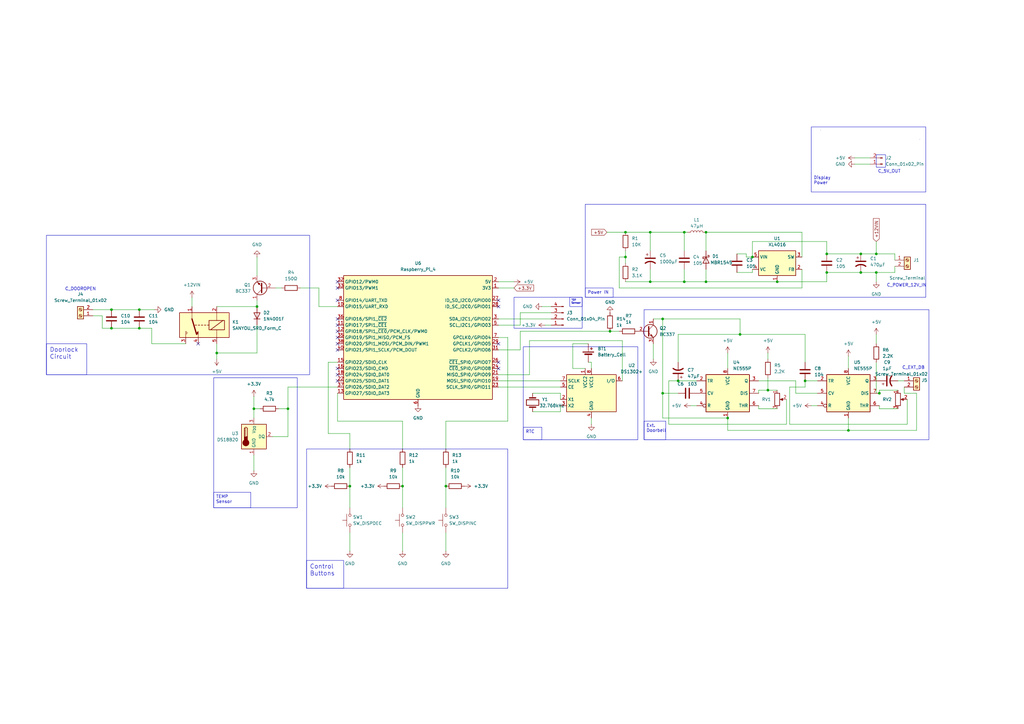
<source format=kicad_sch>
(kicad_sch (version 20231120) (generator "eeschema") (generator_version "8.0")
  (paper "A3")
  (title_block (title "HomeControl - Mainboard") (date "2025-01-25") (rev "R1"))
  (lib_symbols
    (symbol "Connector:Conn_01x02_Pin" (pin_names (offset 1.016) hide)
      (property "Reference" "J" (at 0 2.54 0))
      (property "Value" "Conn_01x02_Pin" (at 0 -5.08 0))
      (symbol "Conn_01x02_Pin_1_1"
        (pin passive line (at 5.08 0 180) (length 3.81) (name "Pin_1") (number "1"))
        (pin passive line (at 5.08 -2.54 180) (length 3.81) (name "Pin_2") (number "2"))
      )
    )
    (symbol "Connector:Conn_01x04_Pin" (pin_names (offset 1.016) hide)
      (property "Reference" "J" (at 0 5.08 0))
      (property "Value" "Conn_01x04_Pin" (at 0 -7.62 0))
      (symbol "Conn_01x04_Pin_1_1"
        (pin passive line (at 5.08 2.54 180) (length 3.81) (name "Pin_1") (number "1"))
        (pin passive line (at 5.08 0 180) (length 3.81) (name "Pin_2") (number "2"))
        (pin passive line (at 5.08 -2.54 180) (length 3.81) (name "Pin_3") (number "3"))
        (pin passive line (at 5.08 -5.08 180) (length 3.81) (name "Pin_4") (number "4"))
      )
    )
    (symbol "Connector:Raspberry_Pi_4"
      (property "Reference" "J" (at -17.526 48.768 0))
      (property "Value" "Raspberry_Pi_4" (at 15.748 -26.416 0))
      (symbol "Raspberry_Pi_4_1_1"
        (pin power_out line (at 33.02 20.32 180) (length 2.54) (name "3V3") (number "1"))
        (pin bidirectional line (at -33.02 12.7 0) (length 2.54) (name "GPIO15/UART_RXD") (number "10"))
        (pin bidirectional line (at -33.02 5.08 0) (length 2.54) (name "GPIO17/SPI1_~{CE1}") (number "11"))
        (pin bidirectional line (at -33.02 2.54 0) (length 2.54) (name "GPIO18/SPI1_~{CE0}/PCM_CLK/PWM0") (number "12"))
        (pin bidirectional line (at -33.02 -22.86 0) (length 2.54) (name "GPIO27/SDIO_DAT3") (number "13"))
        (pin passive line (at 0 -27.94 90) (length 2.54) hide (name "GND") (number "14"))
        (pin bidirectional line (at -33.02 -10.16 0) (length 2.54) (name "GPIO22/SDIO_CLK") (number "15"))
        (pin bidirectional line (at -33.02 -12.7 0) (length 2.54) (name "GPIO23/SDIO_CMD") (number "16"))
        (pin passive line (at 33.02 20.32 180) (length 2.54) hide (name "3V3") (number "17"))
        (pin bidirectional line (at -33.02 -15.24 0) (length 2.54) (name "GPIO24/SDIO_DAT0") (number "18"))
        (pin bidirectional line (at 33.02 -17.78 180) (length 2.54) (name "MOSI_SPI0/GPIO10") (number "19"))
        (pin power_out line (at 33.02 22.86 180) (length 2.54) (name "5V") (number "2"))
        (pin passive line (at 0 -27.94 90) (length 2.54) hide (name "GND") (number "20"))
        (pin bidirectional line (at 33.02 -15.24 180) (length 2.54) (name "MISO_SPI0/GPIO09") (number "21"))
        (pin bidirectional line (at -33.02 -17.78 0) (length 2.54) (name "GPIO25/SDIO_DAT1") (number "22"))
        (pin bidirectional line (at 33.02 -20.32 180) (length 2.54) (name "SCLK_SPI0/GPIO11") (number "23"))
        (pin bidirectional line (at 33.02 -12.7 180) (length 2.54) (name "~{CE0}_SPI0/GPIO08") (number "24"))
        (pin passive line (at 0 -27.94 90) (length 2.54) hide (name "GND") (number "25"))
        (pin bidirectional line (at 33.02 -10.16 180) (length 2.54) (name "~{CE1}_SPI0/GPIO07") (number "26"))
        (pin bidirectional line (at 33.02 15.24 180) (length 2.54) (name "ID_SD_I2C0/GPIO00") (number "27"))
        (pin bidirectional line (at 33.02 12.7 180) (length 2.54) (name "ID_SC_I2C0/GPIO01") (number "28"))
        (pin bidirectional line (at 33.02 -2.54 180) (length 2.54) (name "GPCLK1/GPIO05") (number "29"))
        (pin bidirectional line (at 33.02 7.62 180) (length 2.54) (name "SDA_I2C1/GPIO02") (number "3"))
        (pin passive line (at 0 -27.94 90) (length 2.54) hide (name "GND") (number "30"))
        (pin bidirectional line (at 33.02 -5.08 180) (length 2.54) (name "GPCLK2/GPIO06") (number "31"))
        (pin bidirectional line (at -33.02 22.86 0) (length 2.54) (name "GPIO12/PWM0") (number "32"))
        (pin bidirectional line (at -33.02 20.32 0) (length 2.54) (name "GPIO13/PWM1") (number "33"))
        (pin passive line (at 0 -27.94 90) (length 2.54) hide (name "GND") (number "34"))
        (pin bidirectional line (at -33.02 0 0) (length 2.54) (name "GPIO19/SPI1_MISO/PCM_FS") (number "35"))
        (pin bidirectional line (at -33.02 7.62 0) (length 2.54) (name "GPIO16/SPI1_~{CE2}") (number "36"))
        (pin bidirectional line (at -33.02 -20.32 0) (length 2.54) (name "GPIO26/SDIO_DAT2") (number "37"))
        (pin bidirectional line (at -33.02 -2.54 0) (length 2.54) (name "GPIO20/SPI1_MOSI/PCM_DIN/PWM1") (number "38"))
        (pin passive line (at 0 -27.94 90) (length 2.54) hide (name "GND") (number "39"))
        (pin passive line (at 33.02 22.86 180) (length 2.54) hide (name "5V") (number "4"))
        (pin bidirectional line (at -33.02 -5.08 0) (length 2.54) (name "GPIO21/SPI1_SCLK/PCM_DOUT") (number "40"))
        (pin bidirectional line (at 33.02 5.08 180) (length 2.54) (name "SCL_I2C1/GPIO03") (number "5"))
        (pin power_out line (at 0 -27.94 90) (length 2.54) (name "GND") (number "6"))
        (pin bidirectional line (at 33.02 0 180) (length 2.54) (name "GPCLK0/GPIO04") (number "7"))
        (pin bidirectional line (at -33.02 15.24 0) (length 2.54) (name "GPIO14/UART_TXD") (number "8"))
        (pin passive line (at 0 -27.94 90) (length 2.54) hide (name "GND") (number "9"))
      )
    )
    (symbol "Connector:Screw_Terminal_01x02" (pin_names (offset 1.016) hide)
      (property "Reference" "J" (at 0 2.54 0))
      (property "Value" "Screw_Terminal_01x02" (at 0 -5.08 0))
      (symbol "Screw_Terminal_01x02_1_1"
        (pin passive line (at -5.08 0 0) (length 3.81) (name "Pin_1") (number "1"))
        (pin passive line (at -5.08 -2.54 0) (length 3.81) (name "Pin_2") (number "2"))
      )
    )
    (symbol "Device:Battery_Cell" (pin_numbers hide) (pin_names (offset 0) hide)
      (property "Reference" "BT" (at 2.54 2.54 0))
      (property "Value" "Battery_Cell" (at 2.54 0 0))
      (symbol "Battery_Cell_1_1"
        (pin passive line (at 0 5.08 270) (length 2.54) (name "+") (number "1"))
        (pin passive line (at 0 -2.54 90) (length 2.54) (name "-") (number "2"))
      )
    )
    (symbol "Device:C" (pin_numbers hide) (pin_names (offset 0.254))
      (property "Reference" "C" (at 0.635 2.54 0))
      (property "Value" "C" (at 0.635 -2.54 0))
      (symbol "C_1_1"
        (pin passive line (at 0 3.81 270) (length 2.794) (name "~") (number "1"))
        (pin passive line (at 0 -3.81 90) (length 2.794) (name "~") (number "2"))
      )
    )
    (symbol "Device:C_Polarized_US" (pin_numbers hide) (pin_names (offset 0.254) hide)
      (property "Reference" "C" (at 0.635 2.54 0))
      (property "Value" "C_Polarized_US" (at 0.635 -2.54 0))
      (symbol "C_Polarized_US_1_1"
        (pin passive line (at 0 3.81 270) (length 2.794) (name "~") (number "1"))
        (pin passive line (at 0 -3.81 90) (length 3.302) (name "~") (number "2"))
      )
    )
    (symbol "Device:Crystal" (pin_numbers hide) (pin_names (offset 1.016) hide)
      (property "Reference" "Y" (at 0 3.81 0))
      (property "Value" "Crystal" (at 0 -3.81 0))
      (symbol "Crystal_1_1"
        (pin passive line (at -3.81 0 0) (length 1.27) (name "1") (number "1"))
        (pin passive line (at 3.81 0 180) (length 1.27) (name "2") (number "2"))
      )
    )
    (symbol "Device:D" (pin_numbers hide) (pin_names (offset 1.016) hide)
      (property "Reference" "D" (at 0 2.54 0))
      (property "Value" "D" (at 0 -2.54 0))
      (symbol "D_1_1"
        (pin passive line (at -3.81 0 0) (length 2.54) (name "K") (number "1"))
        (pin passive line (at 3.81 0 180) (length 2.54) (name "A") (number "2"))
      )
    )
    (symbol "Device:D_Schottky" (pin_numbers hide) (pin_names (offset 1.016) hide)
      (property "Reference" "D" (at 0 2.54 0))
      (property "Value" "D_Schottky" (at 0 -2.54 0))
      (symbol "D_Schottky_1_1"
        (pin passive line (at -3.81 0 0) (length 2.54) (name "K") (number "1"))
        (pin passive line (at 3.81 0 180) (length 2.54) (name "A") (number "2"))
      )
    )
    (symbol "Device:L" (pin_numbers hide) (pin_names (offset 1.016) hide)
      (property "Reference" "L" (at -1.27 0 90))
      (property "Value" "L" (at 1.905 0 90))
      (symbol "L_1_1"
        (pin passive line (at 0 3.81 270) (length 1.27) (name "1") (number "1"))
        (pin passive line (at 0 -3.81 90) (length 1.27) (name "2") (number "2"))
      )
    )
    (symbol "Device:R" (pin_numbers hide) (pin_names (offset 0))
      (property "Reference" "R" (at 2.032 0 90))
      (property "Value" "R" (at 0 0 90))
      (symbol "R_1_1"
        (pin passive line (at 0 3.81 270) (length 1.27) (name "~") (number "1"))
        (pin passive line (at 0 -3.81 90) (length 1.27) (name "~") (number "2"))
      )
    )
    (symbol "Device:R_Potentiometer" (pin_names (offset 1.016) hide)
      (property "Reference" "RV" (at -4.445 0 90))
      (property "Value" "R_Potentiometer" (at -2.54 0 90))
      (symbol "R_Potentiometer_1_1"
        (pin passive line (at 0 3.81 270) (length 1.27) (name "1") (number "1"))
        (pin passive line (at 3.81 0 180) (length 1.27) (name "2") (number "2"))
        (pin passive line (at 0 -3.81 90) (length 1.27) (name "3") (number "3"))
      )
    )
    (symbol "Regulator_Switching:XL4016"
      (property "Reference" "U?" (at -6.35 6.35 0))
      (property "Value" "XL4016" (at 6.35 6.35 0))
      (symbol "XL4016_1_1"
        (pin power_in line (at 0 -7.62 90) (length 2.54) (name "GND") (number "1"))
        (pin input line (at 10.16 -2.54 180) (length 2.54) (name "FB") (number "2"))
        (pin power_out line (at 10.16 2.54 180) (length 2.54) (name "SW") (number "3"))
        (pin input line (at -10.16 -2.54 0) (length 2.54) (name "VC") (number "4"))
        (pin power_in line (at -10.16 2.54 0) (length 2.54) (name "VIN") (number "5"))
      )
    )
    (symbol "Relay:SANYOU_SRD_Form_C"
      (property "Reference" "K" (at 11.43 3.81 0))
      (property "Value" "SANYOU_SRD_Form_C" (at 11.43 1.27 0))
      (symbol "SANYOU_SRD_Form_C_1_1"
        (pin passive line (at 5.08 -7.62 90) (length 2.54) (name "~") (number "1"))
        (pin passive line (at -5.08 -7.62 90) (length 2.54) (name "~") (number "2"))
        (pin passive line (at 7.62 7.62 270) (length 2.54) (name "~") (number "3"))
        (pin passive line (at 2.54 7.62 270) (length 2.54) (name "~") (number "4"))
        (pin passive line (at -5.08 7.62 270) (length 2.54) (name "~") (number "5"))
      )
    )
    (symbol "Sensor_Temperature:DS18B20"
      (property "Reference" "U" (at -3.81 6.35 0))
      (property "Value" "DS18B20" (at 6.35 6.35 0))
      (symbol "DS18B20_1_1"
        (pin power_in line (at 0 -7.62 90) (length 2.54) (name "GND") (number "1"))
        (pin bidirectional line (at 7.62 0 180) (length 2.54) (name "DQ") (number "2"))
        (pin power_in line (at 0 7.62 270) (length 2.54) (name "V_{DD}") (number "3"))
      )
    )
    (symbol "Switch:SW_Push" (pin_numbers hide) (pin_names (offset 1.016) hide)
      (property "Reference" "SW" (at 1.27 2.54 0))
      (property "Value" "SW_Push" (at 0 -1.524 0))
      (symbol "SW_Push_0_1"
        (pin passive line (at -5.08 0 0) (length 2.54) (name "1") (number "1"))
        (pin passive line (at 5.08 0 180) (length 2.54) (name "2") (number "2"))
      )
    )
    (symbol "Timer:NE555P"
      (property "Reference" "U" (at -10.16 8.89 0))
      (property "Value" "NE555P" (at 2.54 8.89 0))
      (symbol "NE555P_0_0"
        (pin power_in line (at 0 -10.16 90) (length 2.54) (name "GND") (number "1"))
        (pin power_in line (at 0 10.16 270) (length 2.54) (name "VCC") (number "8"))
      )
      (symbol "NE555P_1_1"
        (pin input line (at -12.7 5.08 0) (length 3.81) (name "TR") (number "2"))
        (pin output line (at 12.7 5.08 180) (length 3.81) (name "Q") (number "3"))
        (pin input inverted (at -12.7 -5.08 0) (length 3.81) (name "R") (number "4"))
        (pin input line (at -12.7 0 0) (length 3.81) (name "CV") (number "5"))
        (pin input line (at 12.7 -5.08 180) (length 3.81) (name "THR") (number "6"))
        (pin input line (at 12.7 0 180) (length 3.81) (name "DIS") (number "7"))
      )
    )
    (symbol "Timer_RTC:DS1302+"
      (property "Reference" "U" (at -8.89 8.89 0))
      (property "Value" "DS1302+" (at 6.35 8.89 0))
      (symbol "DS1302+_1_1"
        (pin power_in line (at -2.54 10.16 270) (length 2.54) (name "VCC2") (number "1"))
        (pin input line (at -12.7 -2.54 0) (length 2.54) (name "X1") (number "2"))
        (pin input line (at -12.7 -5.08 0) (length 2.54) (name "X2") (number "3"))
        (pin power_in line (at 0 -10.16 90) (length 2.54) (name "GND") (number "4"))
        (pin input line (at -12.7 2.54 0) (length 2.54) (name "CE") (number "5"))
        (pin bidirectional line (at 12.7 5.08 180) (length 2.54) (name "I/O") (number "6"))
        (pin input line (at -12.7 5.08 0) (length 2.54) (name "SCLK") (number "7"))
        (pin power_in line (at 0 10.16 270) (length 2.54) (name "VCC1") (number "8"))
      )
    )
    (symbol "Transistor_BJT:BC337" (pin_names (offset 0) hide)
      (property "Reference" "Q" (at 5.08 1.905 0))
      (property "Value" "BC337" (at 5.08 0 0))
      (symbol "BC337_1_1"
        (pin passive line (at 2.54 5.08 270) (length 2.54) (name "C") (number "1"))
        (pin input line (at -5.08 0 0) (length 5.08) (name "B") (number "2"))
        (pin passive line (at 2.54 -5.08 90) (length 2.54) (name "E") (number "3"))
      )
    )
    (symbol "power:+12V" (power) (pin_numbers hide) (pin_names (offset 0) hide)
      (property "Value" "+12V" (at 0 3.556 0))
      (symbol "+12V_1_1"
        (pin power_in line (at 0 0 90) (length 0) (name "~") (number "1"))
      )
    )
    (symbol "power:+3.3V" (power) (pin_numbers hide) (pin_names (offset 0) hide)
      (property "Value" "+3.3V" (at 0 3.556 0))
      (symbol "+3.3V_1_1"
        (pin power_in line (at 0 0 90) (length 0) (name "~") (number "1"))
      )
    )
    (symbol "power:+5V" (power) (pin_numbers hide) (pin_names (offset 0) hide)
      (property "Value" "+5V" (at 0 3.556 0))
      (symbol "+5V_1_1"
        (pin power_in line (at 0 0 90) (length 0) (name "~") (number "1"))
      )
    )
    (symbol "power:GND" (power) (pin_numbers hide) (pin_names (offset 0) hide)
      (property "Value" "GND" (at 0 -3.81 0))
      (symbol "GND_1_1"
        (pin power_in line (at 0 0 270) (length 0) (name "~") (number "1"))
      )
    )
  )
  (junction (at 271.78 130.81))
  (junction (at 289.56 95.25))
  (junction (at 278.13 156.21))
  (junction (at 353.06 111.76))
  (junction (at 359.41 111.76))
  (junction (at 256.54 95.25))
  (junction (at 289.56 115.57))
  (junction (at 45.72 134.62))
  (junction (at 256.54 105.41))
  (junction (at 280.67 115.57))
  (junction (at 339.09 111.76))
  (junction (at 57.15 127))
  (junction (at 165.1 199.39))
  (junction (at 318.77 115.57))
  (junction (at 250.19 135.89))
  (junction (at 359.41 104.14))
  (junction (at 353.06 104.14))
  (junction (at 118.11 167.64))
  (junction (at 104.14 167.64))
  (junction (at 143.51 199.39))
  (junction (at 88.9 144.78))
  (junction (at 308.61 105.41))
  (junction (at 298.45 171.45))
  (junction (at 266.7 95.25))
  (junction (at 57.15 134.62))
  (junction (at 303.53 137.16))
  (junction (at 360.68 161.29))
  (junction (at 266.7 115.57))
  (junction (at 339.09 104.14))
  (junction (at 280.67 95.25))
  (junction (at 105.41 125.73))
  (junction (at 45.72 127))
  (junction (at 347.98 176.53))
  (junction (at 330.2 156.21))
  (junction (at 182.88 199.39))
  (junction (at 271.78 161.29))
  (junction (at 314.96 160.02))
  (no_connect (at 81.28 140.97))
  (no_connect (at 138.43 123.19))
  (no_connect (at 138.43 130.81))
  (no_connect (at 138.43 153.67))
  (no_connect (at 138.43 138.43))
  (no_connect (at 138.43 118.11))
  (no_connect (at 204.47 148.59))
  (no_connect (at 204.47 140.97))
  (no_connect (at 204.47 125.73))
  (no_connect (at 204.47 151.13))
  (no_connect (at 204.47 123.19))
  (no_connect (at 138.43 133.35))
  (no_connect (at 138.43 151.13))
  (no_connect (at 138.43 140.97))
  (no_connect (at 138.43 115.57))
  (no_connect (at 138.43 156.21))
  (no_connect (at 138.43 135.89))
  (no_connect (at 138.43 143.51))
  (wire (pts (xy 298.45 171.45) (xy 298.45 176.53)))
  (wire (pts (xy 289.56 110.49) (xy 289.56 115.57)))
  (wire (pts (xy 223.52 133.35) (xy 226.06 133.35)))
  (wire (pts (xy 280.67 95.25) (xy 280.67 102.87)))
  (wire (pts (xy 41.91 134.62) (xy 45.72 134.62)))
  (wire (pts (xy 330.2 137.16) (xy 330.2 148.59)))
  (wire (pts (xy 359.41 148.59) (xy 359.41 161.29)))
  (wire (pts (xy 311.15 160.02) (xy 311.15 161.29)))
  (wire (pts (xy 375.92 176.53) (xy 347.98 176.53)))
  (wire (pts (xy 213.36 143.51) (xy 213.36 135.89)))
  (wire (pts (xy 229.87 168.91) (xy 229.87 166.37)))
  (wire (pts (xy 254 118.11) (xy 254 105.41)))
  (wire (pts (xy 182.88 218.44) (xy 182.88 226.06)))
  (wire (pts (xy 280.67 115.57) (xy 289.56 115.57)))
  (wire (pts (xy 76.2 140.97) (xy 62.23 140.97)))
  (wire (pts (xy 218.44 161.29) (xy 229.87 161.29)))
  (wire (pts (xy 372.11 173.99) (xy 372.11 163.83)))
  (wire (pts (xy 88.9 144.78) (xy 88.9 147.32)))
  (wire (pts (xy 271.78 130.81) (xy 271.78 161.29)))
  (wire (pts (xy 359.41 99.06) (xy 359.41 104.14)))
  (wire (pts (xy 134.62 177.8) (xy 143.51 177.8)))
  (wire (pts (xy 283.21 166.37) (xy 285.75 166.37)))
  (wire (pts (xy 143.51 199.39) (xy 143.51 208.28)))
  (wire (pts (xy 318.77 160.02) (xy 314.96 160.02)))
  (wire (pts (xy 323.85 173.99) (xy 372.11 173.99)))
  (wire (pts (xy 165.1 218.44) (xy 165.1 226.06)))
  (wire (pts (xy 339.09 115.57) (xy 339.09 111.76)))
  (wire (pts (xy 62.23 140.97) (xy 62.23 134.62)))
  (wire (pts (xy 182.88 172.72) (xy 182.88 184.15)))
  (wire (pts (xy 370.84 161.29) (xy 375.92 161.29)))
  (wire (pts (xy 367.03 111.76) (xy 367.03 109.22)))
  (wire (pts (xy 241.3 140.97) (xy 234.95 140.97)))
  (wire (pts (xy 359.41 111.76) (xy 367.03 111.76)))
  (wire (pts (xy 118.11 179.07) (xy 111.76 179.07)))
  (wire (pts (xy 256.54 105.41) (xy 256.54 107.95)))
  (wire (pts (xy 165.1 199.39) (xy 165.1 208.28)))
  (wire (pts (xy 330.2 156.21) (xy 335.28 156.21)))
  (wire (pts (xy 255.27 139.7) (xy 255.27 156.21)))
  (wire (pts (xy 204.47 115.57) (xy 210.82 115.57)))
  (wire (pts (xy 271.78 171.45) (xy 271.78 161.29)))
  (wire (pts (xy 104.14 162.56) (xy 104.14 167.64)))
  (wire (pts (xy 226.06 130.81) (xy 204.47 130.81)))
  (wire (pts (xy 298.45 144.78) (xy 298.45 151.13)))
  (wire (pts (xy 330.2 158.75) (xy 323.85 158.75)))
  (wire (pts (xy 226.06 128.27) (xy 213.36 128.27)))
  (wire (pts (xy 104.14 186.69) (xy 104.14 193.04)))
  (wire (pts (xy 350.52 67.31) (xy 356.87 67.31)))
  (wire (pts (xy 289.56 95.25) (xy 328.93 95.25)))
  (wire (pts (xy 280.67 110.49) (xy 280.67 115.57)))
  (wire (pts (xy 339.09 104.14) (xy 353.06 104.14)))
  (wire (pts (xy 204.47 138.43) (xy 208.28 138.43)))
  (wire (pts (xy 289.56 102.87) (xy 289.56 95.25)))
  (wire (pts (xy 306.07 104.14) (xy 306.07 105.41)))
  (wire (pts (xy 204.47 133.35) (xy 213.36 133.35)))
  (wire (pts (xy 322.58 173.99) (xy 322.58 163.83)))
  (wire (pts (xy 213.36 135.89) (xy 250.19 135.89)))
  (wire (pts (xy 302.26 104.14) (xy 306.07 104.14)))
  (wire (pts (xy 274.32 173.99) (xy 322.58 173.99)))
  (wire (pts (xy 318.77 115.57) (xy 339.09 115.57)))
  (wire (pts (xy 118.11 158.75) (xy 118.11 167.64)))
  (wire (pts (xy 360.68 160.02) (xy 360.68 161.29)))
  (wire (pts (xy 261.62 135.89) (xy 260.35 135.89)))
  (wire (pts (xy 318.77 167.64) (xy 311.15 167.64)))
  (wire (pts (xy 323.85 158.75) (xy 323.85 173.99)))
  (wire (pts (xy 267.97 140.97) (xy 267.97 147.32)))
  (wire (pts (xy 266.7 110.49) (xy 266.7 115.57)))
  (wire (pts (xy 368.3 160.02) (xy 360.68 160.02)))
  (wire (pts (xy 278.13 137.16) (xy 303.53 137.16)))
  (wire (pts (xy 114.3 167.64) (xy 118.11 167.64)))
  (wire (pts (xy 218.44 168.91) (xy 229.87 168.91)))
  (wire (pts (xy 143.51 177.8) (xy 143.51 184.15)))
  (wire (pts (xy 335.28 161.29) (xy 326.39 161.29)))
  (wire (pts (xy 278.13 161.29) (xy 271.78 161.29)))
  (wire (pts (xy 138.43 172.72) (xy 165.1 172.72)))
  (wire (pts (xy 303.53 137.16) (xy 330.2 137.16)))
  (wire (pts (xy 347.98 176.53) (xy 298.45 176.53)))
  (wire (pts (xy 298.45 171.45) (xy 271.78 171.45)))
  (wire (pts (xy 217.17 139.7) (xy 217.17 153.67)))
  (wire (pts (xy 328.93 118.11) (xy 254 118.11)))
  (wire (pts (xy 78.74 121.92) (xy 78.74 125.73)))
  (wire (pts (xy 308.61 111.76) (xy 308.61 110.49)))
  (wire (pts (xy 311.15 167.64) (xy 311.15 166.37)))
  (wire (pts (xy 359.41 111.76) (xy 359.41 115.57)))
  (wire (pts (xy 57.15 134.62) (xy 62.23 134.62)))
  (wire (pts (xy 134.62 148.59) (xy 134.62 177.8)))
  (wire (pts (xy 105.41 144.78) (xy 88.9 144.78)))
  (wire (pts (xy 182.88 191.77) (xy 182.88 199.39)))
  (wire (pts (xy 274.32 156.21) (xy 278.13 156.21)))
  (wire (pts (xy 256.54 95.25) (xy 266.7 95.25)))
  (wire (pts (xy 278.13 156.21) (xy 285.75 156.21)))
  (wire (pts (xy 370.84 158.75) (xy 370.84 161.29)))
  (wire (pts (xy 208.28 172.72) (xy 182.88 172.72)))
  (wire (pts (xy 41.91 129.54) (xy 41.91 134.62)))
  (wire (pts (xy 254 105.41) (xy 256.54 105.41)))
  (wire (pts (xy 45.72 127) (xy 57.15 127)))
  (wire (pts (xy 367.03 104.14) (xy 367.03 106.68)))
  (wire (pts (xy 213.36 128.27) (xy 213.36 133.35)))
  (wire (pts (xy 229.87 161.29) (xy 229.87 163.83)))
  (wire (pts (xy 339.09 111.76) (xy 353.06 111.76)))
  (wire (pts (xy 105.41 125.73) (xy 105.41 123.19)))
  (wire (pts (xy 326.39 156.21) (xy 311.15 156.21)))
  (wire (pts (xy 306.07 105.41) (xy 308.61 105.41)))
  (wire (pts (xy 57.15 127) (xy 63.5 127)))
  (wire (pts (xy 359.41 161.29) (xy 360.68 161.29)))
  (wire (pts (xy 204.47 153.67) (xy 217.17 153.67)))
  (wire (pts (xy 104.14 167.64) (xy 104.14 171.45)))
  (wire (pts (xy 375.92 161.29) (xy 375.92 176.53)))
  (wire (pts (xy 308.61 99.06) (xy 339.09 99.06)))
  (wire (pts (xy 347.98 171.45) (xy 347.98 176.53)))
  (wire (pts (xy 123.19 118.11) (xy 130.81 118.11)))
  (wire (pts (xy 138.43 148.59) (xy 134.62 148.59)))
  (wire (pts (xy 359.41 137.16) (xy 359.41 140.97)))
  (wire (pts (xy 105.41 105.41) (xy 105.41 113.03)))
  (wire (pts (xy 229.87 158.75) (xy 204.47 158.75)))
  (wire (pts (xy 138.43 161.29) (xy 138.43 172.72)))
  (wire (pts (xy 217.17 139.7) (xy 255.27 139.7)))
  (wire (pts (xy 302.26 111.76) (xy 308.61 111.76)))
  (wire (pts (xy 314.96 160.02) (xy 311.15 160.02)))
  (wire (pts (xy 248.92 95.25) (xy 256.54 95.25)))
  (wire (pts (xy 271.78 130.81) (xy 303.53 130.81)))
  (wire (pts (xy 289.56 115.57) (xy 318.77 115.57)))
  (wire (pts (xy 256.54 102.87) (xy 256.54 105.41)))
  (wire (pts (xy 326.39 161.29) (xy 326.39 156.21)))
  (wire (pts (xy 353.06 104.14) (xy 359.41 104.14)))
  (wire (pts (xy 274.32 156.21) (xy 274.32 173.99)))
  (wire (pts (xy 314.96 154.94) (xy 314.96 160.02)))
  (wire (pts (xy 339.09 99.06) (xy 339.09 104.14)))
  (wire (pts (xy 105.41 133.35) (xy 105.41 144.78)))
  (wire (pts (xy 303.53 130.81) (xy 303.53 137.16)))
  (wire (pts (xy 328.93 105.41) (xy 328.93 95.25)))
  (wire (pts (xy 350.52 64.77) (xy 356.87 64.77)))
  (wire (pts (xy 353.06 111.76) (xy 359.41 111.76)))
  (wire (pts (xy 250.19 135.89) (xy 254 135.89)))
  (wire (pts (xy 204.47 143.51) (xy 213.36 143.51)))
  (wire (pts (xy 165.1 172.72) (xy 165.1 184.15)))
  (wire (pts (xy 266.7 95.25) (xy 266.7 102.87)))
  (wire (pts (xy 204.47 118.11) (xy 210.82 118.11)))
  (wire (pts (xy 143.51 191.77) (xy 143.51 199.39)))
  (wire (pts (xy 359.41 104.14) (xy 367.03 104.14)))
  (wire (pts (xy 308.61 105.41) (xy 308.61 99.06)))
  (wire (pts (xy 234.95 151.13) (xy 240.03 151.13)))
  (wire (pts (xy 241.3 148.59) (xy 242.57 148.59)))
  (wire (pts (xy 347.98 146.05) (xy 347.98 151.13)))
  (wire (pts (xy 280.67 95.25) (xy 281.94 95.25)))
  (wire (pts (xy 45.72 134.62) (xy 57.15 134.62)))
  (wire (pts (xy 330.2 156.21) (xy 330.2 158.75)))
  (wire (pts (xy 88.9 125.73) (xy 105.41 125.73)))
  (wire (pts (xy 88.9 140.97) (xy 88.9 144.78)))
  (wire (pts (xy 360.68 167.64) (xy 360.68 166.37)))
  (wire (pts (xy 242.57 148.59) (xy 242.57 151.13)))
  (wire (pts (xy 182.88 199.39) (xy 182.88 208.28)))
  (wire (pts (xy 368.3 156.21) (xy 370.84 156.21)))
  (wire (pts (xy 234.95 140.97) (xy 234.95 151.13)))
  (wire (pts (xy 328.93 110.49) (xy 328.93 118.11)))
  (wire (pts (xy 138.43 158.75) (xy 118.11 158.75)))
  (wire (pts (xy 278.13 148.59) (xy 278.13 137.16)))
  (wire (pts (xy 242.57 171.45) (xy 242.57 173.99)))
  (wire (pts (xy 204.47 156.21) (xy 229.87 156.21)))
  (wire (pts (xy 368.3 167.64) (xy 360.68 167.64)))
  (wire (pts (xy 143.51 218.44) (xy 143.51 226.06)))
  (wire (pts (xy 165.1 191.77) (xy 165.1 199.39)))
  (wire (pts (xy 266.7 95.25) (xy 280.67 95.25)))
  (wire (pts (xy 267.97 130.81) (xy 271.78 130.81)))
  (wire (pts (xy 314.96 144.78) (xy 314.96 147.32)))
  (wire (pts (xy 222.25 125.73) (xy 226.06 125.73)))
  (wire (pts (xy 256.54 115.57) (xy 266.7 115.57)))
  (wire (pts (xy 38.1 127) (xy 45.72 127)))
  (wire (pts (xy 41.91 129.54) (xy 38.1 129.54)))
  (wire (pts (xy 208.28 138.43) (xy 208.28 172.72)))
  (wire (pts (xy 130.81 125.73) (xy 138.43 125.73)))
  (wire (pts (xy 266.7 115.57) (xy 280.67 115.57)))
  (wire (pts (xy 113.03 118.11) (xy 115.57 118.11)))
  (wire (pts (xy 118.11 167.64) (xy 118.11 179.07)))
  (wire (pts (xy 332.74 166.37) (xy 335.28 166.37)))
  (wire (pts (xy 130.81 118.11) (xy 130.81 125.73)))
  (wire (pts (xy 104.14 167.64) (xy 106.68 167.64)))
  (rectangle (start 210.82 121.92) (end 238.76 134.62))
  (rectangle (start 125.73 184.15) (end 208.28 241.3))
  (rectangle (start 214.63 142.24) (end 261.62 180.34))
  (rectangle (start 359.41 63.5) (end 363.22 68.58))
  (rectangle (start 264.16 127) (end 381 180.34))
  (rectangle (start 19.05 96.52) (end 127 153.67))
  (rectangle (start 336.55 53.34) (end 336.55 53.34))
  (rectangle (start 240.03 83.82) (end 379.73 121.92))
  (rectangle (start 377.19 57.15) (end 377.19 57.15))
  (rectangle (start 332.74 52.07) (end 379.73 78.74))
  (rectangle (start 87.63 154.94) (end 121.92 208.28))
  (text_box "Display Power" (at 332.74 71.12 0) (size 0 0) (effects (font (size 1.27 1.27)) (justify left top)))
  (text_box "Ext.\nDoorbell" (at 264.16 172.72 0) (size 8.89 7.62) (effects (font (size 1.27 1.27)) (justify left top)))
  (text_box "TEMP\nSensor" (at 87.63 201.93 0) (size 15.24 6.35) (effects (font (size 1.27 1.27)) (justify left top)))
  (text_box "RTC" (at 214.63 175.26 0) (size 7.62 5.08) (effects (font (size 1.27 1.27)) (justify left top)))
  (text_box "TOF\nSensor" (at 233.68 121.92 0) (size 5.08 3.81) (effects (font (size 0.762 0.762)) (justify left top)))
  (text_box "Doorlock\nCircuit" (at 19.05 140.97 0) (size 16.51 12.7) (effects (font (size 1.778 1.778)) (justify left top)))
  (text_box "Power IN" (at 240.03 118.11 0) (size 11.43 3.81) (effects (font (size 1.27 1.27)) (justify left top)))
  (text_box "Control\nButtons" (at 125.73 229.87 0) (size 15.24 11.43) (effects (font (size 1.778 1.778)) (justify left top)))
  (text "C_DOOROPEN" (at 33.02 118.618 0) (effects (font (size 1.27 1.27))))
  (text "C_EXT_DB" (at 374.65 150.876 0) (effects (font (size 1.27 1.27))))
  (text "C_5V_OUT\n" (at 364.744 70.358 0) (effects (font (size 1.27 1.27))))
  (text "C_POWER_12V_IN" (at 371.856 117.094 0) (effects (font (size 1.27 1.27))))
  (global_label "+5V" (shape input) (at 248.92 95.25 180) (property "Intersheetrefs" "${INTERSHEET_REFS}" (effects (hide yes))))
  (global_label "+12VIN" (shape input) (at 359.41 99.06 90) (property "Intersheetrefs" "${INTERSHEET_REFS}" (effects (hide yes))))
  (global_label "+3.3V" (shape input) (at 210.82 118.11 0) (property "Intersheetrefs" "${INTERSHEET_REFS}" (effects (hide yes))))
  (symbol (lib_id "power:GND") (at 242.57 173.99 0) (unit 1)
    (property "Reference" "#PWR01" (effects (hide yes)))
    (property "Value" "GND" (at 242.57 179.07 0))
    (property "Description" "Power symbol creates a global label with name \"GND\" , ground" (effects (hide yes)))
  )
  (symbol (lib_id "Device:R") (at 165.1 187.96 0) (unit 1)
    (property "Reference" "R12" (at 167.64 186.6899 0) (effects (justify left)))
    (property "Value" "1k" (at 167.64 189.2299 0) (effects (justify left)))
    (property "Description" "Resistor" (effects (hide yes)))
  )
  (symbol (lib_id "power:+5V") (at 314.96 144.78 0) (unit 1)
    (property "Reference" "#PWR013" (effects (hide yes)))
    (property "Value" "+5V" (at 314.96 139.7 0))
    (property "Description" "Power symbol creates a global label with name \"+5V\"" (effects (hide yes)))
  )
  (symbol (lib_id "power:GND") (at 165.1 226.06 0) (unit 1)
    (property "Reference" "#PWR027" (effects (hide yes)))
    (property "Value" "GND" (at 165.1 231.14 0))
    (property "Description" "Power symbol creates a global label with name \"GND\" , ground" (effects (hide yes)))
  )
  (symbol (lib_id "Device:R") (at 314.96 151.13 0) (unit 1)
    (property "Reference" "R5" (at 317.5 149.8599 0) (effects (justify left)))
    (property "Value" "2.2K" (at 317.5 152.3999 0) (effects (justify left)))
    (property "Description" "Resistor" (effects (hide yes)))
  )
  (symbol (lib_id "Device:R_Potentiometer") (at 318.77 163.83 0) (unit 1)
    (property "Reference" "RV1" (at 316.23 163.8299 0) (effects (justify right)))
    (property "Value" "R_Potentiometer" (effects (hide yes)))
    (property "Description" "Potentiometer" (effects (hide yes)))
  )
  (symbol (lib_id "Device:C") (at 45.72 130.81 0) (unit 1)
    (property "Reference" "C10" (at 49.53 129.5399 0) (effects (justify left)))
    (property "Value" "104" (at 49.53 132.0799 0) (effects (justify left)))
    (property "Description" "Unpolarized capacitor" (effects (hide yes)))
  )
  (symbol (lib_id "Device:R") (at 110.49 167.64 90) (unit 1)
    (property "Reference" "R3" (at 110.49 161.29 90))
    (property "Value" "4.7k" (at 110.49 163.83 90))
    (property "Description" "Resistor" (effects (hide yes)))
  )
  (symbol (lib_id "Device:R") (at 250.19 132.08 180) (unit 1)
    (property "Reference" "R14" (at 252.73 130.8099 0) (effects (justify right)))
    (property "Value" "1k" (at 252.73 133.3499 0) (effects (justify right)))
    (property "Description" "Resistor" (effects (hide yes)))
  )
  (symbol (lib_id "power:+5V") (at 210.82 115.57 270) (unit 1)
    (property "Reference" "#PWR05" (effects (hide yes)))
    (property "Value" "+5V" (at 214.63 115.5699 90) (effects (justify left)))
    (property "Description" "Power symbol creates a global label with name \"+5V\"" (effects (hide yes)))
  )
  (symbol (lib_id "Device:C_Polarized_US") (at 353.06 107.95 0) (unit 1)
    (property "Reference" "C1" (at 356.87 106.0449 0) (effects (justify left)))
    (property "Value" "470μF" (at 356.87 108.5849 0) (effects (justify left)))
    (property "Description" "Polarized capacitor, US symbol" (effects (hide yes)))
  )
  (symbol (lib_id "power:+5V") (at 347.98 146.05 0) (unit 1)
    (property "Reference" "#PWR09" (effects (hide yes)))
    (property "Value" "+5V" (at 347.98 140.97 0))
    (property "Description" "Power symbol creates a global label with name \"+5V\"" (effects (hide yes)))
  )
  (symbol (lib_id "power:GND") (at 267.97 147.32 0) (unit 1)
    (property "Reference" "#PWR015" (effects (hide yes)))
    (property "Value" "GND" (at 267.97 152.4 0))
    (property "Description" "Power symbol creates a global label with name \"GND\" , ground" (effects (hide yes)))
  )
  (symbol (lib_id "Device:C_Polarized_US") (at 278.13 152.4 180) (unit 1)
    (property "Reference" "C7" (at 281.94 151.7649 0) (effects (justify right)))
    (property "Value" "47μF" (at 281.94 154.3049 0) (effects (justify right)))
    (property "Description" "Polarized capacitor, US symbol" (effects (hide yes)))
  )
  (symbol (lib_id "power:GND") (at 182.88 226.06 0) (unit 1)
    (property "Reference" "#PWR028" (effects (hide yes)))
    (property "Value" "GND" (at 182.88 231.14 0))
    (property "Description" "Power symbol creates a global label with name \"GND\" , ground" (effects (hide yes)))
  )
  (symbol (lib_id "Timer:NE555P") (at 298.45 161.29 0) (unit 1)
    (property "Reference" "U4" (at 300.6441 148.59 0) (effects (justify left)))
    (property "Value" "NE555P" (at 300.6441 151.13 0) (effects (justify left)))
    (property "Footprint" "Package_DIP:DIP-8_W7.62mm" (effects (hide yes)))
    (property "Datasheet" "http://www.ti.com/lit/ds/symlink/ne555.pdf" (effects (hide yes)))
    (property "Description" "Precision Timers, 555 compatible,  PDIP-8" (effects (hide yes)))
  )
  (symbol (lib_id "power:+3.3V") (at 190.5 199.39 270) (unit 1)
    (property "Reference" "#PWR025" (effects (hide yes)))
    (property "Value" "+3.3V" (at 194.31 199.3899 90) (effects (justify left)))
    (property "Description" "Power symbol creates a global label with name \"+3.3V\"" (effects (hide yes)))
  )
  (symbol (lib_id "Switch:SW_Push") (at 143.51 213.36 90) (unit 1)
    (property "Reference" "SW1" (at 144.78 212.0899 90) (effects (justify right)))
    (property "Value" "SW_DISPDEC" (at 144.78 214.6299 90) (effects (justify right)))
    (property "Description" "Push button switch, generic, two pins" (effects (hide yes)))
  )
  (symbol (lib_id "Transistor_BJT:BC337") (at 107.95 118.11 180) (unit 1)
    (property "Reference" "Q1" (at 102.87 116.8399 0) (effects (justify left)))
    (property "Value" "BC337" (at 102.87 119.3799 0) (effects (justify left)))
    (property "Footprint" "Package_TO_SOT_THT:TO-92_Inline" (effects (hide yes)))
    (property "Datasheet" "https://diotec.com/tl_files/diotec/files/pdf/datasheets/bc337.pdf" (effects (hide yes)))
    (property "Description" "0.8A Ic, 45V Vce, NPN Transistor, TO-92" (effects (hide yes)))
  )
  (symbol (lib_id "Device:R") (at 257.81 135.89 90) (unit 1)
    (property "Reference" "R7" (at 257.81 129.54 90))
    (property "Value" "1k" (at 257.81 132.08 90))
    (property "Description" "Resistor" (effects (hide yes)))
  )
  (symbol (lib_id "Device:Battery_Cell") (at 241.3 146.05 0) (unit 1)
    (property "Reference" "BT1" (at 245.11 143.002 0) (effects (justify left)))
    (property "Value" "Battery_Cell" (at 245.11 145.4784 0) (effects (justify left)))
    (property "Description" "Single-cell battery" (effects (hide yes)))
  )
  (symbol (lib_id "Connector:Conn_01x04_Pin") (at 231.14 130.81 180) (unit 1)
    (property "Reference" "J3" (at 232.41 128.2699 0) (effects (justify right)))
    (property "Value" "Conn_01x04_Pin" (at 232.41 130.8099 0) (effects (justify right)))
    (property "Description" "Generic connector, single row, 01x04, script generated" (effects (hide yes)))
  )
  (symbol (lib_id "power:+5V") (at 88.9 147.32 180) (unit 1)
    (property "Reference" "#PWR018" (effects (hide yes)))
    (property "Value" "+5V" (at 88.9 152.4 0))
    (property "Description" "Power symbol creates a global label with name \"+5V\"" (effects (hide yes)))
  )
  (symbol (lib_id "Device:R") (at 119.38 118.11 90) (unit 1)
    (property "Reference" "R4" (at 119.38 111.76 90))
    (property "Value" "150Ω" (at 119.38 114.3 90))
    (property "Description" "Resistor" (effects (hide yes)))
  )
  (symbol (lib_id "power:+3.3V") (at 223.52 133.35 90) (unit 1)
    (property "Reference" "#PWR03" (effects (hide yes)))
    (property "Value" "+3.3V" (at 219.71 133.3499 90) (effects (justify left)))
    (property "Description" "Power symbol creates a global label with name \"+3.3V\"" (effects (hide yes)))
  )
  (symbol (lib_id "power:+3.3V") (at 135.89 199.39 90) (unit 1)
    (property "Reference" "#PWR023" (effects (hide yes)))
    (property "Value" "+3.3V" (at 132.08 199.3899 90) (effects (justify left)))
    (property "Description" "Power symbol creates a global label with name \"+3.3V\"" (effects (hide yes)))
  )
  (symbol (lib_id "power:GND") (at 250.19 128.27 180) (unit 1)
    (property "Reference" "#PWR016" (effects (hide yes)))
    (property "Value" "GND" (at 250.19 123.952 0))
    (property "Description" "Power symbol creates a global label with name \"GND\" , ground" (effects (hide yes)))
  )
  (symbol (lib_id "power:GND") (at 104.14 193.04 0) (unit 1)
    (property "Reference" "#PWR021" (effects (hide yes)))
    (property "Value" "GND" (at 104.14 198.12 0))
    (property "Description" "Power symbol creates a global label with name \"GND\" , ground" (effects (hide yes)))
  )
  (symbol (lib_id "Timer:NE555P") (at 347.98 161.29 0) (unit 1)
    (property "Reference" "U5" (at 350.1741 148.59 0) (effects (justify left)))
    (property "Value" "NE555P" (at 350.1741 151.13 0) (effects (justify left)))
    (property "Footprint" "Package_DIP:DIP-8_W7.62mm" (effects (hide yes)))
    (property "Datasheet" "http://www.ti.com/lit/ds/symlink/ne555.pdf" (effects (hide yes)))
    (property "Description" "Precision Timers, 555 compatible,  PDIP-8" (effects (hide yes)))
  )
  (symbol (lib_id "Device:C") (at 330.2 152.4 0) (unit 1)
    (property "Reference" "C8" (at 334.01 151.1299 0) (effects (justify left)))
    (property "Value" "104" (at 334.01 153.6699 0) (effects (justify left)))
    (property "Description" "Unpolarized capacitor" (effects (hide yes)))
  )
  (symbol (lib_id "power:GND") (at 143.51 226.06 0) (unit 1)
    (property "Reference" "#PWR026" (effects (hide yes)))
    (property "Value" "GND" (at 143.51 231.14 0))
    (property "Description" "Power symbol creates a global label with name \"GND\" , ground" (effects (hide yes)))
  )
  (symbol (lib_id "Device:R") (at 359.41 144.78 0) (unit 1)
    (property "Reference" "R6" (at 361.95 143.5099 0) (effects (justify left)))
    (property "Value" "2.2K" (at 361.95 146.0499 0) (effects (justify left)))
    (property "Description" "Resistor" (effects (hide yes)))
  )
  (symbol (lib_id "power:+3.3V") (at 157.48 199.39 90) (unit 1)
    (property "Reference" "#PWR024" (effects (hide yes)))
    (property "Value" "+3.3V" (at 153.67 199.3899 90) (effects (justify left)))
    (property "Description" "Power symbol creates a global label with name \"+3.3V\"" (effects (hide yes)))
  )
  (symbol (lib_id "Device:C_Polarized_US") (at 364.49 156.21 90) (unit 1)
    (property "Reference" "C9" (at 363.855 148.59 90))
    (property "Value" "1μF" (at 363.855 151.13 90))
    (property "Description" "Polarized capacitor, US symbol" (effects (hide yes)))
  )
  (symbol (lib_id "Switch:SW_Push") (at 182.88 213.36 90) (unit 1)
    (property "Reference" "SW3" (at 184.15 212.0899 90) (effects (justify right)))
    (property "Value" "SW_DISPINC" (at 184.15 214.6299 90) (effects (justify right)))
    (property "Description" "Push button switch, generic, two pins" (effects (hide yes)))
  )
  (symbol (lib_id "Connector:Raspberry_Pi_4") (at 171.45 138.43 0) (unit 1)
    (property "Reference" "U6" (at 171.45 107.95 0))
    (property "Value" "Raspberry_Pi_4" (at 171.45 110.49 0))
    (property "Datasheet" "https://datasheets.raspberrypi.com/rpi4/raspberry-pi-4-datasheet.pdf" (effects (hide yes)))
    (property "Description" "Raspberry Pi 4 Model B" (effects (hide yes)))
  )
  (symbol (lib_id "power:GND") (at 63.5 127 90) (unit 1)
    (property "Reference" "#PWR020" (effects (hide yes)))
    (property "Value" "GND" (at 67.31 126.9999 90) (effects (justify right)))
    (property "Description" "Power symbol creates a global label with name \"GND\" , ground" (effects (hide yes)))
  )
  (symbol (lib_id "Device:R") (at 139.7 199.39 90) (unit 1)
    (property "Reference" "R8" (at 139.7 193.04 90))
    (property "Value" "10k" (at 139.7 195.58 90))
    (property "Description" "Resistor" (effects (hide yes)))
  )
  (symbol (lib_id "Connector:Screw_Terminal_01x02") (at 33.02 129.54 180) (unit 1)
    (property "Reference" "J4" (at 33.02 120.65 0))
    (property "Value" "Screw_Terminal_01x02" (at 33.02 123.19 0))
    (property "Description" "Generic screw terminal, single row, 01x02, script generated (kicad-library-utils/schlib/autogen/connector/)" (effects (hide yes)))
  )
  (symbol (lib_id "Device:C") (at 302.26 107.95 0) (unit 1)
    (property "Reference" "C3" (at 306.07 106.6799 0) (effects (justify left)))
    (property "Value" "105" (at 306.07 109.2199 0) (effects (justify left)))
    (property "Description" "Unpolarized capacitor" (effects (hide yes)))
  )
  (symbol (lib_id "Connector:Conn_01x02_Pin") (at 361.95 67.31 180) (unit 1)
    (property "Reference" "J2" (at 363.22 64.7699 0) (effects (justify right)))
    (property "Value" "Conn_01x02_Pin" (at 363.22 67.3099 0) (effects (justify right)))
    (property "Description" "Generic connector, single row, 01x02, script generated" (effects (hide yes)))
  )
  (symbol (lib_id "Connector:Screw_Terminal_01x02") (at 375.92 156.21 0) (unit 1)
    (property "Reference" "J5" (at 377.952 155.956 0) (effects (justify left)))
    (property "Value" "Screw_Terminal_01x02" (at 358.902 153.416 0) (effects (justify left)))
    (property "Description" "Generic screw terminal, single row, 01x02, script generated (kicad-library-utils/schlib/autogen/connector/)" (effects (hide yes)))
  )
  (symbol (lib_id "Device:R") (at 256.54 111.76 0) (unit 1)
    (property "Reference" "R2" (at 259.08 110.4899 0) (effects (justify left)))
    (property "Value" "3.1K" (at 259.08 113.0299 0) (effects (justify left)))
    (property "Description" "Resistor" (effects (hide yes)))
  )
  (symbol (lib_id "power:GND") (at 350.52 67.31 270) (unit 1)
    (property "Reference" "#PWR07" (effects (hide yes)))
    (property "Value" "GND" (at 346.71 67.3099 90) (effects (justify right)))
    (property "Description" "Power symbol creates a global label with name \"GND\" , ground" (effects (hide yes)))
  )
  (symbol (lib_id "power:+3.3V") (at 104.14 162.56 0) (unit 1)
    (property "Reference" "#PWR022" (effects (hide yes)))
    (property "Value" "+3.3V" (at 104.14 157.48 0))
    (property "Description" "Power symbol creates a global label with name \"+3.3V\"" (effects (hide yes)))
  )
  (symbol (lib_id "Device:R_Potentiometer") (at 368.3 163.83 0) (unit 1)
    (property "Reference" "RV2" (at 365.76 163.8299 0) (effects (justify right)))
    (property "Value" "R_Potentiometer" (effects (hide yes)))
    (property "Description" "Potentiometer" (effects (hide yes)))
  )
  (symbol (lib_id "Device:C") (at 281.94 161.29 90) (unit 1)
    (property "Reference" "C6" (at 279.146 157.48 90))
    (property "Value" "103" (at 283.972 157.48 90))
    (property "Description" "Unpolarized capacitor" (effects (hide yes)))
  )
  (symbol (lib_id "Device:C") (at 57.15 130.81 0) (unit 1)
    (property "Reference" "C11" (at 60.96 129.5399 0) (effects (justify left)))
    (property "Value" "104" (at 60.96 132.0799 0) (effects (justify left)))
    (property "Description" "Unpolarized capacitor" (effects (hide yes)))
  )
  (symbol (lib_id "Device:D") (at 105.41 129.54 90) (unit 1)
    (property "Reference" "D2" (at 107.95 128.2699 90) (effects (justify right)))
    (property "Value" "1N4001F" (at 107.95 130.8099 90) (effects (justify right)))
    (property "Description" "Diode" (effects (hide yes)))
    (property "Sim.Device" "D" (effects (hide yes)))
    (property "Sim.Pins" "1=K 2=A" (effects (hide yes)))
  )
  (symbol (lib_id "Connector:Screw_Terminal_01x02") (at 372.11 106.68 0) (unit 1)
    (property "Reference" "J1" (at 374.65 106.6799 0) (effects (justify left)))
    (property "Value" "Screw_Terminal" (at 364.744 114.046 0) (effects (justify left)))
    (property "Description" "Generic screw terminal, single row, 01x02, script generated (kicad-library-utils/schlib/autogen/connector/)" (effects (hide yes)))
  )
  (symbol (lib_id "Device:L") (at 285.75 95.25 90) (unit 1)
    (property "Reference" "L1" (at 285.75 90.17 90))
    (property "Value" "47μH" (at 285.75 92.71 90))
    (property "Description" "Inductor" (effects (hide yes)))
  )
  (symbol (lib_id "Regulator_Switching:XL4016") (at 318.77 107.95 0) (unit 1)
    (property "Reference" "U1" (at 318.77 97.79 0))
    (property "Value" "XL4016" (at 318.77 100.33 0))
    (property "Footprint" "Package_TO_SOT_SMD:TO-263-5_TabPin3" (effects (hide yes)))
    (property "Datasheet" "http://www.xlsemi.net/datasheet/XL4015%20datasheet-English.pdf" (effects (hide yes)))
    (property "Description" "5A 180kHz 36V Buck DC to DC Converter" (effects (hide yes)))
  )
  (symbol (lib_id "power:+12V") (at 78.74 121.92 0) (unit 1)
    (property "Reference" "#PWR019" (effects (hide yes)))
    (property "Value" "+12VIN" (at 78.74 116.84 0))
    (property "Description" "Power symbol creates a global label with name \"+12V\"" (effects (hide yes)))
  )
  (symbol (lib_id "Sensor_Temperature:DS18B20") (at 104.14 179.07 0) (unit 1)
    (property "Reference" "U3" (at 97.79 177.7999 0) (effects (justify right)))
    (property "Value" "DS18B20" (at 97.79 180.3399 0) (effects (justify right)))
    (property "Footprint" "Package_TO_SOT_THT:TO-92_Inline" (effects (hide yes)))
    (property "Datasheet" "http://datasheets.maximintegrated.com/en/ds/DS18B20.pdf" (effects (hide yes)))
    (property "Description" "Programmable Resolution 1-Wire Digital Thermometer TO-92" (effects (hide yes)))
  )
  (symbol (lib_id "Device:R") (at 256.54 99.06 0) (unit 1)
    (property "Reference" "R1" (at 259.08 97.7899 0) (effects (justify left)))
    (property "Value" "10K" (at 259.08 100.3299 0) (effects (justify left)))
    (property "Description" "Resistor" (effects (hide yes)))
  )
  (symbol (lib_id "power:+5V") (at 298.45 144.78 0) (unit 1)
    (property "Reference" "#PWR010" (effects (hide yes)))
    (property "Value" "+5V" (at 298.45 139.7 0))
    (property "Description" "Power symbol creates a global label with name \"+5V\"" (effects (hide yes)))
  )
  (symbol (lib_id "Switch:SW_Push") (at 165.1 213.36 90) (unit 1)
    (property "Reference" "SW2" (at 166.37 212.0899 90) (effects (justify right)))
    (property "Value" "SW_DISPPWR" (at 166.37 214.6299 90) (effects (justify right)))
    (property "Description" "Push button switch, generic, two pins" (effects (hide yes)))
  )
  (symbol (lib_id "Relay:SANYOU_SRD_Form_C") (at 83.82 133.35 180) (unit 1)
    (property "Reference" "K1" (at 95.25 132.0799 0) (effects (justify right)))
    (property "Value" "SANYOU_SRD_Form_C" (at 95.25 134.6199 0) (effects (justify right)))
    (property "Footprint" "Relay_THT:Relay_SPDT_SANYOU_SRD_Series_Form_C" (effects (hide yes)))
    (property "Datasheet" "http://www.sanyourelay.ca/public/products/pdf/SRD.pdf" (effects (hide yes)))
    (property "Description" "Sanyo SRD relay, Single Pole Miniature Power Relay," (effects (hide yes)))
  )
  (symbol (lib_id "Device:D_Schottky") (at 289.56 106.68 270) (unit 1)
    (property "Reference" "D1" (at 292.1 105.0924 90) (effects (justify left)))
    (property "Value" "MBR1545" (at 291.338 107.696 90) (effects (justify left)))
    (property "Description" "Schottky diode" (effects (hide yes)))
  )
  (symbol (lib_id "Device:R") (at 186.69 199.39 90) (unit 1)
    (property "Reference" "R10" (at 186.69 193.04 90))
    (property "Value" "10k" (at 186.69 195.58 90))
    (property "Description" "Resistor" (effects (hide yes)))
  )
  (symbol (lib_id "Device:R") (at 161.29 199.39 90) (unit 1)
    (property "Reference" "R9" (at 161.29 193.04 90))
    (property "Value" "10k" (at 161.29 195.58 90))
    (property "Description" "Resistor" (effects (hide yes)))
  )
  (symbol (lib_id "power:GND") (at 359.41 115.57 0) (unit 1)
    (property "Reference" "#PWR04" (effects (hide yes)))
    (property "Value" "GND" (at 359.41 120.65 0))
    (property "Description" "Power symbol creates a global label with name \"GND\" , ground" (effects (hide yes)))
  )
  (symbol (lib_id "power:+5V") (at 350.52 64.77 90) (unit 1)
    (property "Reference" "#PWR06" (effects (hide yes)))
    (property "Value" "+5V" (at 346.71 64.7699 90) (effects (justify left)))
    (property "Description" "Power symbol creates a global label with name \"+5V\"" (effects (hide yes)))
  )
  (symbol (lib_id "Timer_RTC:DS1302+") (at 242.57 161.29 0) (unit 1)
    (property "Reference" "U2" (at 259.08 149.8914 0))
    (property "Value" "DS1302+" (at 259.08 152.4314 0))
    (property "Footprint" "Package_DIP:DIP-8_W7.62mm" (effects (hide yes)))
    (property "Datasheet" "https://datasheets.maximintegrated.com/en/ds/DS1302.pdf" (effects (hide yes)))
    (property "Description" "Trickle-Charge Timekeeping Chip, 2.0V to 5.5V VCC, 0°C to +70°C, DIP-8" (effects (hide yes)))
  )
  (symbol (lib_id "power:+5V") (at 359.41 137.16 0) (unit 1)
    (property "Reference" "#PWR014" (effects (hide yes)))
    (property "Value" "+5V" (at 359.41 132.08 0))
    (property "Description" "Power symbol creates a global label with name \"+5V\"" (effects (hide yes)))
  )
  (symbol (lib_id "Device:R") (at 182.88 187.96 0) (unit 1)
    (property "Reference" "R13" (at 185.42 186.6899 0) (effects (justify left)))
    (property "Value" "1k" (at 185.42 189.2299 0) (effects (justify left)))
    (property "Description" "Resistor" (effects (hide yes)))
  )
  (symbol (lib_id "power:GND") (at 222.25 125.73 270) (unit 1)
    (property "Reference" "#PWR08" (effects (hide yes)))
    (property "Value" "GND" (at 218.44 125.7299 90) (effects (justify right)))
    (property "Description" "Power symbol creates a global label with name \"GND\" , ground" (effects (hide yes)))
  )
  (symbol (lib_id "Transistor_BJT:BC337") (at 265.43 135.89 0) (unit 1)
    (property "Reference" "Q2" (at 270.51 134.6199 0) (effects (justify left)))
    (property "Value" "BC337" (at 270.51 137.1599 0) (effects (justify left)))
    (property "Footprint" "Package_TO_SOT_THT:TO-92_Inline" (effects (hide yes)))
    (property "Datasheet" "https://diotec.com/tl_files/diotec/files/pdf/datasheets/bc337.pdf" (effects (hide yes)))
    (property "Description" "0.8A Ic, 45V Vce, NPN Transistor, TO-92" (effects (hide yes)))
  )
  (symbol (lib_id "Device:C") (at 339.09 107.95 0) (unit 1)
    (property "Reference" "C2" (at 342.9 106.6799 0) (effects (justify left)))
    (property "Value" "105" (at 342.9 109.2199 0) (effects (justify left)))
    (property "Description" "Unpolarized capacitor" (effects (hide yes)))
  )
  (symbol (lib_id "power:GND") (at 105.41 105.41 180) (unit 1)
    (property "Reference" "#PWR017" (effects (hide yes)))
    (property "Value" "GND" (at 105.41 100.33 0))
    (property "Description" "Power symbol creates a global label with name \"GND\" , ground" (effects (hide yes)))
  )
  (symbol (lib_id "power:GND") (at 171.45 166.37 0) (unit 1)
    (property "Reference" "#PWR02" (effects (hide yes)))
    (property "Value" "GND" (at 171.45 171.45 0))
    (property "Description" "Power symbol creates a global label with name \"GND\" , ground" (effects (hide yes)))
  )
  (symbol (lib_id "power:+5V") (at 283.21 166.37 90) (unit 1)
    (property "Reference" "#PWR012" (effects (hide yes)))
    (property "Value" "+5V" (at 279.4 166.3699 90) (effects (justify left)))
    (property "Description" "Power symbol creates a global label with name \"+5V\"" (effects (hide yes)))
  )
  (symbol (lib_id "Device:C") (at 280.67 106.68 0) (unit 1)
    (property "Reference" "C4" (at 284.226 105.41 0) (effects (justify left)))
    (property "Value" "105" (at 284.226 107.95 0) (effects (justify left)))
    (property "Description" "Unpolarized capacitor" (effects (hide yes)))
  )
  (symbol (lib_id "Device:R") (at 143.51 187.96 0) (unit 1)
    (property "Reference" "R11" (at 146.05 186.6899 0) (effects (justify left)))
    (property "Value" "1k" (at 146.05 189.2299 0) (effects (justify left)))
    (property "Description" "Resistor" (effects (hide yes)))
  )
  (symbol (lib_id "Device:Crystal") (at 218.44 165.1 90) (unit 1)
    (property "Reference" "Y1" (at 222.25 163.8299 90) (effects (justify right)))
    (property "Value" "32.768kHz" (at 221.234 166.37 90) (effects (justify right)))
    (property "Description" "Two pin crystal" (effects (hide yes)))
  )
  (symbol (lib_id "Device:C_Polarized_US") (at 266.7 106.68 0) (unit 1)
    (property "Reference" "C5" (at 270.51 104.7749 0) (effects (justify left)))
    (property "Value" "1000μF" (at 270.51 107.3149 0) (effects (justify left)))
    (property "Description" "Polarized capacitor, US symbol" (effects (hide yes)))
  )
  (symbol (lib_id "power:+5V") (at 332.74 166.37 90) (unit 1)
    (property "Reference" "#PWR011" (effects (hide yes)))
    (property "Value" "+5V" (at 328.93 166.3699 90) (effects (justify left)))
    (property "Description" "Power symbol creates a global label with name \"+5V\"" (effects (hide yes)))
  )
)
</source>
